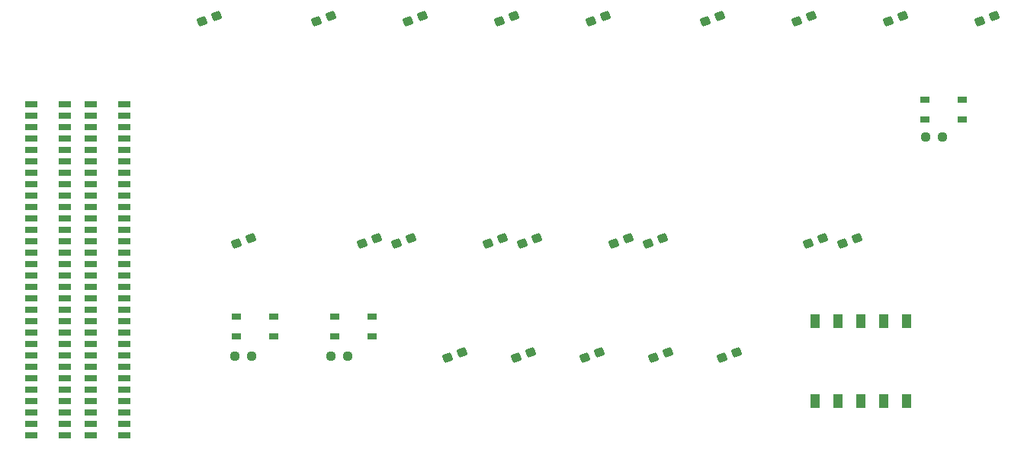
<source format=gbr>
%TF.GenerationSoftware,KiCad,Pcbnew,(6.0.5)*%
%TF.CreationDate,2023-01-12T09:35:20-05:00*%
%TF.ProjectId,breakout,62726561-6b6f-4757-942e-6b696361645f,rev?*%
%TF.SameCoordinates,Original*%
%TF.FileFunction,Paste,Top*%
%TF.FilePolarity,Positive*%
%FSLAX46Y46*%
G04 Gerber Fmt 4.6, Leading zero omitted, Abs format (unit mm)*
G04 Created by KiCad (PCBNEW (6.0.5)) date 2023-01-12 09:35:20*
%MOMM*%
%LPD*%
G01*
G04 APERTURE LIST*
G04 Aperture macros list*
%AMRoundRect*
0 Rectangle with rounded corners*
0 $1 Rounding radius*
0 $2 $3 $4 $5 $6 $7 $8 $9 X,Y pos of 4 corners*
0 Add a 4 corners polygon primitive as box body*
4,1,4,$2,$3,$4,$5,$6,$7,$8,$9,$2,$3,0*
0 Add four circle primitives for the rounded corners*
1,1,$1+$1,$2,$3*
1,1,$1+$1,$4,$5*
1,1,$1+$1,$6,$7*
1,1,$1+$1,$8,$9*
0 Add four rect primitives between the rounded corners*
20,1,$1+$1,$2,$3,$4,$5,0*
20,1,$1+$1,$4,$5,$6,$7,0*
20,1,$1+$1,$6,$7,$8,$9,0*
20,1,$1+$1,$8,$9,$2,$3,0*%
G04 Aperture macros list end*
%ADD10R,1.470000X0.740000*%
%ADD11R,1.050000X0.650000*%
%ADD12RoundRect,0.237500X0.188932X0.321508X-0.351391X0.124846X-0.188932X-0.321508X0.351391X-0.124846X0*%
%ADD13RoundRect,0.237500X-0.250000X-0.237500X0.250000X-0.237500X0.250000X0.237500X-0.250000X0.237500X0*%
%ADD14R,1.100000X1.500000*%
G04 APERTURE END LIST*
D10*
%TO.C,J301*%
X66513000Y-117475000D03*
X62773000Y-117475000D03*
X66513000Y-116205000D03*
X62773000Y-116205000D03*
X66513000Y-114935000D03*
X62773000Y-114935000D03*
X66513000Y-113665000D03*
X62773000Y-113665000D03*
X66513000Y-112395000D03*
X62773000Y-112395000D03*
X66513000Y-111125000D03*
X62773000Y-111125000D03*
X66513000Y-109855000D03*
X62773000Y-109855000D03*
X66513000Y-108585000D03*
X62773000Y-108585000D03*
X66513000Y-107315000D03*
X62773000Y-107315000D03*
X66513000Y-106045000D03*
X62773000Y-106045000D03*
X66513000Y-104775000D03*
X62773000Y-104775000D03*
X66513000Y-103505000D03*
X62773000Y-103505000D03*
X66513000Y-102235000D03*
X62773000Y-102235000D03*
X66513000Y-100965000D03*
X62773000Y-100965000D03*
X66513000Y-99695000D03*
X62773000Y-99695000D03*
X66513000Y-98425000D03*
X62773000Y-98425000D03*
X66513000Y-97155000D03*
X62773000Y-97155000D03*
X66513000Y-95885000D03*
X62773000Y-95885000D03*
X66513000Y-94615000D03*
X62773000Y-94615000D03*
X66513000Y-93345000D03*
X62773000Y-93345000D03*
X66513000Y-92075000D03*
X62773000Y-92075000D03*
X66513000Y-90805000D03*
X62773000Y-90805000D03*
X66513000Y-89535000D03*
X62773000Y-89535000D03*
X66513000Y-88265000D03*
X62773000Y-88265000D03*
X66513000Y-86995000D03*
X62773000Y-86995000D03*
X66513000Y-85725000D03*
X62773000Y-85725000D03*
X66513000Y-84455000D03*
X62773000Y-84455000D03*
X66513000Y-83185000D03*
X62773000Y-83185000D03*
X66513000Y-81915000D03*
X62773000Y-81915000D03*
X66513000Y-80645000D03*
X62773000Y-80645000D03*
%TD*%
%TO.C,J300*%
X73117000Y-117475000D03*
X69377000Y-117475000D03*
X73117000Y-116205000D03*
X69377000Y-116205000D03*
X73117000Y-114935000D03*
X69377000Y-114935000D03*
X73117000Y-113665000D03*
X69377000Y-113665000D03*
X73117000Y-112395000D03*
X69377000Y-112395000D03*
X73117000Y-111125000D03*
X69377000Y-111125000D03*
X73117000Y-109855000D03*
X69377000Y-109855000D03*
X73117000Y-108585000D03*
X69377000Y-108585000D03*
X73117000Y-107315000D03*
X69377000Y-107315000D03*
X73117000Y-106045000D03*
X69377000Y-106045000D03*
X73117000Y-104775000D03*
X69377000Y-104775000D03*
X73117000Y-103505000D03*
X69377000Y-103505000D03*
X73117000Y-102235000D03*
X69377000Y-102235000D03*
X73117000Y-100965000D03*
X69377000Y-100965000D03*
X73117000Y-99695000D03*
X69377000Y-99695000D03*
X73117000Y-98425000D03*
X69377000Y-98425000D03*
X73117000Y-97155000D03*
X69377000Y-97155000D03*
X73117000Y-95885000D03*
X69377000Y-95885000D03*
X73117000Y-94615000D03*
X69377000Y-94615000D03*
X73117000Y-93345000D03*
X69377000Y-93345000D03*
X73117000Y-92075000D03*
X69377000Y-92075000D03*
X73117000Y-90805000D03*
X69377000Y-90805000D03*
X73117000Y-89535000D03*
X69377000Y-89535000D03*
X73117000Y-88265000D03*
X69377000Y-88265000D03*
X73117000Y-86995000D03*
X69377000Y-86995000D03*
X73117000Y-85725000D03*
X69377000Y-85725000D03*
X73117000Y-84455000D03*
X69377000Y-84455000D03*
X73117000Y-83185000D03*
X69377000Y-83185000D03*
X73117000Y-81915000D03*
X69377000Y-81915000D03*
X73117000Y-80645000D03*
X69377000Y-80645000D03*
%TD*%
D11*
%TO.C,SW4*%
X166159000Y-82355000D03*
X162009000Y-82355000D03*
X162009000Y-80205000D03*
X166159000Y-80205000D03*
%TD*%
D12*
%TO.C,D13*%
X115122231Y-95585732D03*
X113477769Y-96184268D03*
%TD*%
%TO.C,D6*%
X141157231Y-108285732D03*
X139512769Y-108884268D03*
%TD*%
%TO.C,D20*%
X159572231Y-70820732D03*
X157927769Y-71419268D03*
%TD*%
%TO.C,D23*%
X169732231Y-70820732D03*
X168087769Y-71419268D03*
%TD*%
D13*
%TO.C,R54*%
X162155500Y-84328000D03*
X163980500Y-84328000D03*
%TD*%
D12*
%TO.C,D19*%
X154492231Y-95585732D03*
X152847769Y-96184268D03*
%TD*%
%TO.C,D11*%
X118932231Y-95585732D03*
X117287769Y-96184268D03*
%TD*%
%TO.C,D18*%
X139252231Y-70820732D03*
X137607769Y-71419268D03*
%TD*%
%TO.C,D4*%
X87182231Y-95585732D03*
X85537769Y-96184268D03*
%TD*%
%TO.C,D8*%
X83372231Y-70820732D03*
X81727769Y-71419268D03*
%TD*%
%TO.C,D3*%
X125917231Y-108285732D03*
X124272769Y-108884268D03*
%TD*%
%TO.C,D12*%
X106232231Y-70820732D03*
X104587769Y-71419268D03*
%TD*%
%TO.C,D22*%
X149412231Y-70820732D03*
X147767769Y-71419268D03*
%TD*%
%TO.C,D16*%
X126552231Y-70820732D03*
X124907769Y-71419268D03*
%TD*%
%TO.C,D2*%
X118297231Y-108285732D03*
X116652769Y-108884268D03*
%TD*%
D13*
%TO.C,R55*%
X85447500Y-108712000D03*
X87272500Y-108712000D03*
%TD*%
D14*
%TO.C,SW1*%
X160020000Y-104770000D03*
X157480000Y-104770000D03*
X154940000Y-104770000D03*
X152400000Y-104770000D03*
X149860000Y-104770000D03*
X149860000Y-113670000D03*
X152400000Y-113670000D03*
X154940000Y-113670000D03*
X157480000Y-113670000D03*
X160020000Y-113670000D03*
%TD*%
D12*
%TO.C,D14*%
X116392231Y-70820732D03*
X114747769Y-71419268D03*
%TD*%
%TO.C,D21*%
X150682231Y-95585732D03*
X149037769Y-96184268D03*
%TD*%
%TO.C,D5*%
X133537231Y-108285732D03*
X131892769Y-108884268D03*
%TD*%
%TO.C,D7*%
X101152231Y-95585732D03*
X99507769Y-96184268D03*
%TD*%
%TO.C,D17*%
X129092231Y-95585732D03*
X127447769Y-96184268D03*
%TD*%
D13*
%TO.C,R56*%
X96115500Y-108712000D03*
X97940500Y-108712000D03*
%TD*%
D12*
%TO.C,D1*%
X110677231Y-108285732D03*
X109032769Y-108884268D03*
%TD*%
D11*
%TO.C,SW2*%
X85555000Y-106485000D03*
X89705000Y-106485000D03*
X89705000Y-104335000D03*
X85555000Y-104335000D03*
%TD*%
%TO.C,SW3*%
X100627000Y-106485000D03*
X96477000Y-106485000D03*
X100627000Y-104335000D03*
X96477000Y-104335000D03*
%TD*%
D12*
%TO.C,D15*%
X132902231Y-95585732D03*
X131257769Y-96184268D03*
%TD*%
%TO.C,D9*%
X104962231Y-95585732D03*
X103317769Y-96184268D03*
%TD*%
%TO.C,D10*%
X96072231Y-70820732D03*
X94427769Y-71419268D03*
%TD*%
M02*

</source>
